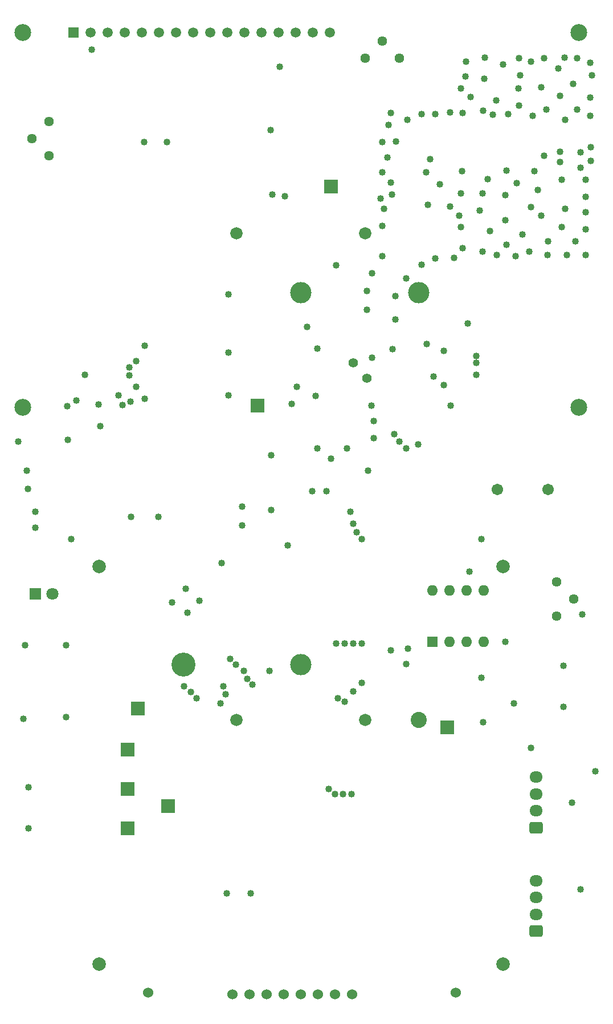
<source format=gbr>
%TF.GenerationSoftware,KiCad,Pcbnew,8.0.1*%
%TF.CreationDate,2024-04-14T16:22:20-07:00*%
%TF.ProjectId,ee110_alpha_board,65653131-305f-4616-9c70-68615f626f61,0.1*%
%TF.SameCoordinates,Original*%
%TF.FileFunction,Soldermask,Bot*%
%TF.FilePolarity,Negative*%
%FSLAX46Y46*%
G04 Gerber Fmt 4.6, Leading zero omitted, Abs format (unit mm)*
G04 Created by KiCad (PCBNEW 8.0.1) date 2024-04-14 16:22:20*
%MOMM*%
%LPD*%
G01*
G04 APERTURE LIST*
G04 Aperture macros list*
%AMRoundRect*
0 Rectangle with rounded corners*
0 $1 Rounding radius*
0 $2 $3 $4 $5 $6 $7 $8 $9 X,Y pos of 4 corners*
0 Add a 4 corners polygon primitive as box body*
4,1,4,$2,$3,$4,$5,$6,$7,$8,$9,$2,$3,0*
0 Add four circle primitives for the rounded corners*
1,1,$1+$1,$2,$3*
1,1,$1+$1,$4,$5*
1,1,$1+$1,$6,$7*
1,1,$1+$1,$8,$9*
0 Add four rect primitives between the rounded corners*
20,1,$1+$1,$2,$3,$4,$5,0*
20,1,$1+$1,$4,$5,$6,$7,0*
20,1,$1+$1,$6,$7,$8,$9,0*
20,1,$1+$1,$8,$9,$2,$3,0*%
G04 Aperture macros list end*
%ADD10R,2.000000X2.000000*%
%ADD11C,1.712000*%
%ADD12R,1.800000X1.800000*%
%ADD13C,1.800000*%
%ADD14C,1.524000*%
%ADD15C,2.000000*%
%ADD16C,1.440000*%
%ADD17RoundRect,0.250000X0.725000X-0.600000X0.725000X0.600000X-0.725000X0.600000X-0.725000X-0.600000X0*%
%ADD18O,1.950000X1.700000*%
%ADD19R,1.600000X1.600000*%
%ADD20O,1.600000X1.600000*%
%ADD21C,2.500000*%
%ADD22R,1.500000X1.500000*%
%ADD23C,1.500000*%
%ADD24C,3.175000*%
%ADD25C,3.556000*%
%ADD26C,2.387600*%
%ADD27C,1.828800*%
%ADD28C,1.016000*%
%ADD29C,1.397000*%
G04 APERTURE END LIST*
D10*
%TO.C,*%
X90932000Y-59182000D03*
%TD*%
D11*
%TO.C,LS1*%
X123180000Y-104140000D03*
X115580000Y-104140000D03*
%TD*%
D12*
%TO.C,D1*%
X46990000Y-119634000D03*
D13*
X49530000Y-119634000D03*
%TD*%
D14*
%TO.C,J3*%
X94040000Y-179070000D03*
X91500000Y-179070000D03*
X88960000Y-179070000D03*
X86420000Y-179070000D03*
X83880000Y-179070000D03*
X81340000Y-179070000D03*
X78800000Y-179070000D03*
X76260000Y-179070000D03*
D15*
X116420000Y-174570000D03*
X116420000Y-115570000D03*
X56420000Y-174570000D03*
X56420000Y-115570000D03*
%TD*%
D16*
%TO.C,RV2*%
X101092000Y-40132000D03*
X98552000Y-37592000D03*
X96012000Y-40132000D03*
%TD*%
D10*
%TO.C,*%
X80010000Y-91694000D03*
%TD*%
%TO.C,*%
X108204000Y-139446000D03*
%TD*%
D16*
%TO.C,RV3*%
X124460000Y-122936000D03*
X127000000Y-120396000D03*
X124460000Y-117856000D03*
%TD*%
D17*
%TO.C,J6*%
X121340000Y-169672000D03*
D18*
X121340000Y-167172000D03*
X121340000Y-164672000D03*
X121340000Y-162172000D03*
%TD*%
D16*
%TO.C,RV1*%
X49022000Y-49530000D03*
X46482000Y-52070000D03*
X49022000Y-54610000D03*
%TD*%
D19*
%TO.C,U7*%
X105928000Y-126736000D03*
D20*
X108468000Y-126736000D03*
X111008000Y-126736000D03*
X113548000Y-126736000D03*
X113548000Y-119116000D03*
X111008000Y-119116000D03*
X108468000Y-119116000D03*
X105928000Y-119116000D03*
%TD*%
D10*
%TO.C,TP1*%
X60706000Y-142748000D03*
%TD*%
%TO.C,TP2*%
X60706000Y-148590000D03*
%TD*%
D17*
%TO.C,J5*%
X121340000Y-154305000D03*
D18*
X121340000Y-151805000D03*
X121340000Y-149305000D03*
X121340000Y-146805000D03*
%TD*%
D10*
%TO.C,TP3*%
X60706000Y-154432000D03*
%TD*%
D21*
%TO.C,DS1*%
X45120000Y-36335000D03*
X45120000Y-91935000D03*
X127720000Y-36335000D03*
X127720000Y-91935000D03*
D22*
X52620000Y-36335000D03*
D23*
X55160000Y-36335000D03*
X57700000Y-36335000D03*
X60240000Y-36335000D03*
X62780000Y-36335000D03*
X65320000Y-36335000D03*
X67860000Y-36335000D03*
X70400000Y-36335000D03*
X72940000Y-36335000D03*
X75480000Y-36335000D03*
X78020000Y-36335000D03*
X80560000Y-36335000D03*
X83100000Y-36335000D03*
X85640000Y-36335000D03*
X88180000Y-36335000D03*
X90720000Y-36335000D03*
%TD*%
D10*
%TO.C,TP5*%
X66675000Y-151130000D03*
%TD*%
%TO.C,TP4*%
X62230000Y-136652000D03*
%TD*%
D14*
%TO.C,J1*%
X109474000Y-178816000D03*
X63754000Y-178816000D03*
%TD*%
D24*
%TO.C,B1*%
X103933300Y-74879200D03*
X86407300Y-74879200D03*
X86407300Y-130124200D03*
D25*
X68932100Y-130124200D03*
D26*
X103933300Y-138328400D03*
D27*
X76856900Y-66065400D03*
X76856900Y-138328400D03*
X95983100Y-66065400D03*
X95983100Y-138328400D03*
%TD*%
D28*
X122174000Y-63500000D03*
X82042000Y-99060000D03*
X107061000Y-58801000D03*
X99822000Y-58547000D03*
X117221000Y-48387000D03*
X53086000Y-90932000D03*
X110998000Y-40640000D03*
X52324000Y-111506000D03*
X125222000Y-65151000D03*
X129413000Y-40767000D03*
X125398500Y-130314500D03*
X105156000Y-82550000D03*
X114173000Y-58039000D03*
X110236000Y-60198000D03*
X97028000Y-84582000D03*
X123190000Y-67310000D03*
X98298000Y-60960000D03*
X114935000Y-48514000D03*
X112522000Y-85344000D03*
X115570000Y-69342000D03*
X120650000Y-40640000D03*
X45212000Y-138176000D03*
X116967000Y-67818000D03*
X118872000Y-40132000D03*
X127254000Y-67310000D03*
X85852000Y-88900000D03*
X45974000Y-154432000D03*
X113792000Y-40005000D03*
X91694000Y-70866000D03*
X128778000Y-65532000D03*
X108585000Y-62103000D03*
X98552000Y-69469000D03*
X124714000Y-41656000D03*
X110236000Y-65151000D03*
X104394000Y-48387000D03*
X105029000Y-57023000D03*
X118364000Y-69469000D03*
X128778000Y-58166000D03*
X110490000Y-68326000D03*
X108585000Y-48133000D03*
X82169000Y-60325000D03*
X97282000Y-93980000D03*
X109982000Y-63500000D03*
X119380000Y-66294000D03*
X128778000Y-62992000D03*
X78994000Y-164084000D03*
X96266000Y-77470000D03*
X129413000Y-45974000D03*
X110363000Y-56896000D03*
X102235000Y-49276000D03*
D29*
X96266000Y-87630000D03*
D28*
X122174000Y-44450000D03*
X112522000Y-84328000D03*
X110871000Y-42799000D03*
X106426000Y-48387000D03*
X125603000Y-40005000D03*
X116840000Y-64135000D03*
X122555000Y-54610000D03*
X44450000Y-97028000D03*
X118745000Y-44577000D03*
X116840000Y-126746000D03*
X99441000Y-50038000D03*
X87376000Y-80010000D03*
X51562000Y-127254000D03*
X100457000Y-75438000D03*
X118999000Y-42672000D03*
X124968000Y-55499000D03*
X121158000Y-56896000D03*
X109220000Y-69723000D03*
X128016000Y-54102000D03*
X122936000Y-47752000D03*
X125984000Y-69342000D03*
X102108000Y-72771000D03*
X128016000Y-56388000D03*
X74676000Y-115062000D03*
X106426000Y-69850000D03*
X106172000Y-87376000D03*
X124968000Y-45720000D03*
X127508000Y-40132000D03*
X118872000Y-47117000D03*
X113411000Y-68834000D03*
X85090000Y-91440000D03*
X116459000Y-41021000D03*
X45974000Y-148336000D03*
X113538000Y-47879000D03*
X111252000Y-79502000D03*
X105283000Y-61849000D03*
X100457000Y-78867000D03*
X81788000Y-131064000D03*
X124968000Y-53975000D03*
X99822000Y-48260000D03*
X125398500Y-136410500D03*
X120396000Y-68834000D03*
X113411000Y-60198000D03*
X98552000Y-52578000D03*
X110236000Y-44577000D03*
X120904000Y-48641000D03*
X111633000Y-45847000D03*
X129540000Y-55372000D03*
X125222000Y-58166000D03*
X82042000Y-107188000D03*
X98552000Y-57023000D03*
X128778000Y-69342000D03*
X99949000Y-60325000D03*
X126873000Y-43942000D03*
X45466000Y-127254000D03*
X129667000Y-42672000D03*
X98552000Y-65024000D03*
X46990000Y-109765000D03*
X98806000Y-62484000D03*
X125730000Y-62484000D03*
X129540000Y-53340000D03*
X116840000Y-60452000D03*
X113665000Y-43180000D03*
X121666000Y-59690000D03*
X111506000Y-116332000D03*
X51816000Y-96774000D03*
X104394000Y-70739000D03*
X100584000Y-52451000D03*
X127508000Y-47752000D03*
X110490000Y-48260000D03*
X116967000Y-56769000D03*
X123063000Y-69342000D03*
X113030000Y-62738000D03*
X59309000Y-90170000D03*
X118491000Y-58674000D03*
X81915000Y-50800000D03*
X122555000Y-40132000D03*
X128778000Y-60706000D03*
X99314000Y-54864000D03*
D29*
X94234000Y-85344000D03*
D28*
X75438000Y-164084000D03*
X45720000Y-101346000D03*
X113538000Y-138684000D03*
X51562000Y-137922000D03*
X129413000Y-48641000D03*
X105664000Y-55118000D03*
X120650000Y-62230000D03*
X97028000Y-72009000D03*
X112522000Y-87122000D03*
X115443000Y-46355000D03*
X125730000Y-49276000D03*
X96266000Y-74676000D03*
X114554000Y-65786000D03*
X103886000Y-97409000D03*
X88842243Y-83185000D03*
X97282000Y-96520000D03*
X108712000Y-91694000D03*
X88624365Y-90206122D03*
X100076000Y-83309899D03*
X107696000Y-83566000D03*
X69575960Y-122448040D03*
X56578500Y-94678500D03*
X56388000Y-91540500D03*
X102108000Y-130048000D03*
X113284000Y-132080000D03*
X75692000Y-83820000D03*
X84074000Y-60579000D03*
X71374000Y-120650000D03*
X46990000Y-107442000D03*
X51689000Y-91751200D03*
X65278000Y-108204000D03*
X118110000Y-135890000D03*
X99822000Y-128016000D03*
X61214000Y-108204000D03*
X45882585Y-104048585D03*
X75692000Y-75184000D03*
X75692000Y-90170000D03*
X102362000Y-127762000D03*
X63246000Y-90678000D03*
X66548000Y-52578000D03*
X63119000Y-52578000D03*
X63246000Y-82804000D03*
X126746000Y-150622000D03*
X83312000Y-41402000D03*
X90932000Y-99568000D03*
X76772185Y-130112185D03*
X75946000Y-129286000D03*
X93297901Y-98044000D03*
X88900000Y-98044000D03*
X90593915Y-148590000D03*
X91694000Y-127000000D03*
X91909245Y-135108777D03*
X93797903Y-107442000D03*
X92955960Y-135627960D03*
X91462114Y-149371917D03*
X92964000Y-127000000D03*
X94234000Y-109220000D03*
X94234000Y-134112000D03*
X94234000Y-127000000D03*
X94705133Y-110445585D03*
X92710000Y-149352000D03*
X95504000Y-132842000D03*
X95504000Y-127000000D03*
X93980000Y-149352000D03*
X95504000Y-111506000D03*
X130175000Y-145923000D03*
X128016000Y-163449000D03*
X128270000Y-122682000D03*
X120650000Y-142494000D03*
X90182855Y-104406855D03*
X88125145Y-104381145D03*
X96901000Y-91694000D03*
X107696000Y-88646000D03*
X69342000Y-118872000D03*
X67310000Y-120904000D03*
X61976000Y-85090000D03*
X61976000Y-88900000D03*
X61081114Y-91100714D03*
X60960000Y-87207803D03*
X54356000Y-87122000D03*
X59944000Y-91567000D03*
X60960000Y-86039400D03*
X113284000Y-111506000D03*
X55372000Y-38862000D03*
X77978000Y-131064000D03*
X69088000Y-133300250D03*
X96398101Y-101346000D03*
X74930000Y-133350000D03*
X101092000Y-97028000D03*
X70104000Y-134189250D03*
X78421815Y-132269815D03*
X75259900Y-134531276D03*
X79248000Y-133096000D03*
X74460100Y-135890000D03*
X102108000Y-98044000D03*
X70884000Y-135110000D03*
X100291900Y-95885000D03*
X77724000Y-109474000D03*
X84455000Y-112395000D03*
X77724000Y-106680000D03*
M02*

</source>
